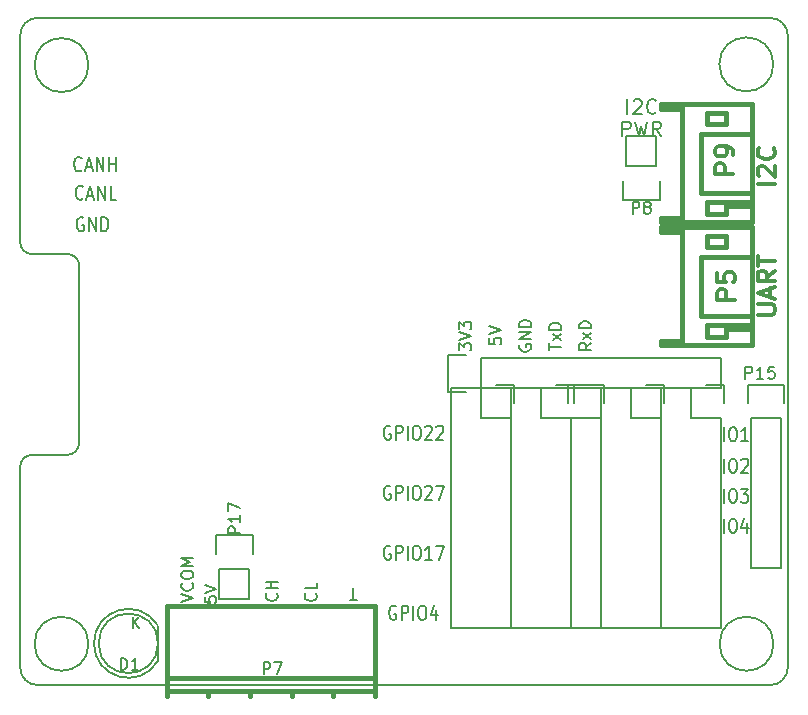
<source format=gto>
G04 #@! TF.FileFunction,Legend,Top*
%FSLAX46Y46*%
G04 Gerber Fmt 4.6, Leading zero omitted, Abs format (unit mm)*
G04 Created by KiCad (PCBNEW 4.0.2+dfsg1-stable) date Mon 26 Jun 2017 02:51:28 PM CEST*
%MOMM*%
G01*
G04 APERTURE LIST*
%ADD10C,0.100000*%
%ADD11C,0.200000*%
%ADD12C,0.300000*%
%ADD13C,0.150000*%
%ADD14C,0.381000*%
%ADD15C,0.304800*%
G04 APERTURE END LIST*
D10*
D11*
X179422571Y-79612857D02*
X179422571Y-78412857D01*
X179936857Y-78527143D02*
X179994000Y-78470000D01*
X180108286Y-78412857D01*
X180394000Y-78412857D01*
X180508286Y-78470000D01*
X180565429Y-78527143D01*
X180622572Y-78641429D01*
X180622572Y-78755714D01*
X180565429Y-78927143D01*
X179879715Y-79612857D01*
X180622572Y-79612857D01*
X181822572Y-79498571D02*
X181765429Y-79555714D01*
X181594000Y-79612857D01*
X181479714Y-79612857D01*
X181308286Y-79555714D01*
X181194000Y-79441429D01*
X181136857Y-79327143D01*
X181079714Y-79098571D01*
X181079714Y-78927143D01*
X181136857Y-78698571D01*
X181194000Y-78584286D01*
X181308286Y-78470000D01*
X181479714Y-78412857D01*
X181594000Y-78412857D01*
X181765429Y-78470000D01*
X181822572Y-78527143D01*
X178994000Y-81492857D02*
X178994000Y-80292857D01*
X179451143Y-80292857D01*
X179565429Y-80350000D01*
X179622572Y-80407143D01*
X179679715Y-80521429D01*
X179679715Y-80692857D01*
X179622572Y-80807143D01*
X179565429Y-80864286D01*
X179451143Y-80921429D01*
X178994000Y-80921429D01*
X180079715Y-80292857D02*
X180365429Y-81492857D01*
X180594000Y-80635714D01*
X180822572Y-81492857D01*
X181108286Y-80292857D01*
X182251144Y-81492857D02*
X181851144Y-80921429D01*
X181565429Y-81492857D02*
X181565429Y-80292857D01*
X182022572Y-80292857D01*
X182136858Y-80350000D01*
X182194001Y-80407143D01*
X182251144Y-80521429D01*
X182251144Y-80692857D01*
X182194001Y-80807143D01*
X182136858Y-80864286D01*
X182022572Y-80921429D01*
X181565429Y-80921429D01*
X156495714Y-120816619D02*
X155924285Y-120816619D01*
X156210000Y-119816619D02*
X156210000Y-120816619D01*
X153011143Y-120237238D02*
X153058762Y-120284857D01*
X153106381Y-120427714D01*
X153106381Y-120522952D01*
X153058762Y-120665810D01*
X152963524Y-120761048D01*
X152868286Y-120808667D01*
X152677810Y-120856286D01*
X152534952Y-120856286D01*
X152344476Y-120808667D01*
X152249238Y-120761048D01*
X152154000Y-120665810D01*
X152106381Y-120522952D01*
X152106381Y-120427714D01*
X152154000Y-120284857D01*
X152201619Y-120237238D01*
X153106381Y-119332476D02*
X153106381Y-119808667D01*
X152106381Y-119808667D01*
X149709143Y-120229285D02*
X149756762Y-120276904D01*
X149804381Y-120419761D01*
X149804381Y-120514999D01*
X149756762Y-120657857D01*
X149661524Y-120753095D01*
X149566286Y-120800714D01*
X149375810Y-120848333D01*
X149232952Y-120848333D01*
X149042476Y-120800714D01*
X148947238Y-120753095D01*
X148852000Y-120657857D01*
X148804381Y-120514999D01*
X148804381Y-120419761D01*
X148852000Y-120276904D01*
X148899619Y-120229285D01*
X149804381Y-119800714D02*
X148804381Y-119800714D01*
X149280571Y-119800714D02*
X149280571Y-119229285D01*
X149804381Y-119229285D02*
X148804381Y-119229285D01*
X143622781Y-120522976D02*
X143622781Y-120999167D01*
X144098971Y-121046786D01*
X144051352Y-120999167D01*
X144003733Y-120903929D01*
X144003733Y-120665833D01*
X144051352Y-120570595D01*
X144098971Y-120522976D01*
X144194210Y-120475357D01*
X144432305Y-120475357D01*
X144527543Y-120522976D01*
X144575162Y-120570595D01*
X144622781Y-120665833D01*
X144622781Y-120903929D01*
X144575162Y-120999167D01*
X144527543Y-121046786D01*
X143622781Y-120189643D02*
X144622781Y-119856310D01*
X143622781Y-119522976D01*
X141641581Y-120940271D02*
X142641581Y-120606938D01*
X141641581Y-120273604D01*
X142546343Y-119368842D02*
X142593962Y-119416461D01*
X142641581Y-119559318D01*
X142641581Y-119654556D01*
X142593962Y-119797414D01*
X142498724Y-119892652D01*
X142403486Y-119940271D01*
X142213010Y-119987890D01*
X142070152Y-119987890D01*
X141879676Y-119940271D01*
X141784438Y-119892652D01*
X141689200Y-119797414D01*
X141641581Y-119654556D01*
X141641581Y-119559318D01*
X141689200Y-119416461D01*
X141736819Y-119368842D01*
X141641581Y-118749795D02*
X141641581Y-118559318D01*
X141689200Y-118464080D01*
X141784438Y-118368842D01*
X141974914Y-118321223D01*
X142308248Y-118321223D01*
X142498724Y-118368842D01*
X142593962Y-118464080D01*
X142641581Y-118559318D01*
X142641581Y-118749795D01*
X142593962Y-118845033D01*
X142498724Y-118940271D01*
X142308248Y-118987890D01*
X141974914Y-118987890D01*
X141784438Y-118940271D01*
X141689200Y-118845033D01*
X141641581Y-118749795D01*
X142641581Y-117892652D02*
X141641581Y-117892652D01*
X142355867Y-117559318D01*
X141641581Y-117225985D01*
X142641581Y-117225985D01*
X133350096Y-88427000D02*
X133254858Y-88369857D01*
X133112001Y-88369857D01*
X132969143Y-88427000D01*
X132873905Y-88541286D01*
X132826286Y-88655571D01*
X132778667Y-88884143D01*
X132778667Y-89055571D01*
X132826286Y-89284143D01*
X132873905Y-89398429D01*
X132969143Y-89512714D01*
X133112001Y-89569857D01*
X133207239Y-89569857D01*
X133350096Y-89512714D01*
X133397715Y-89455571D01*
X133397715Y-89055571D01*
X133207239Y-89055571D01*
X133826286Y-89569857D02*
X133826286Y-88369857D01*
X134397715Y-89569857D01*
X134397715Y-88369857D01*
X134873905Y-89569857D02*
X134873905Y-88369857D01*
X135112000Y-88369857D01*
X135254858Y-88427000D01*
X135350096Y-88541286D01*
X135397715Y-88655571D01*
X135445334Y-88884143D01*
X135445334Y-89055571D01*
X135397715Y-89284143D01*
X135350096Y-89398429D01*
X135254858Y-89512714D01*
X135112000Y-89569857D01*
X134873905Y-89569857D01*
X133318381Y-86788571D02*
X133270762Y-86845714D01*
X133127905Y-86902857D01*
X133032667Y-86902857D01*
X132889809Y-86845714D01*
X132794571Y-86731429D01*
X132746952Y-86617143D01*
X132699333Y-86388571D01*
X132699333Y-86217143D01*
X132746952Y-85988571D01*
X132794571Y-85874286D01*
X132889809Y-85760000D01*
X133032667Y-85702857D01*
X133127905Y-85702857D01*
X133270762Y-85760000D01*
X133318381Y-85817143D01*
X133699333Y-86560000D02*
X134175524Y-86560000D01*
X133604095Y-86902857D02*
X133937428Y-85702857D01*
X134270762Y-86902857D01*
X134604095Y-86902857D02*
X134604095Y-85702857D01*
X135175524Y-86902857D01*
X135175524Y-85702857D01*
X136127905Y-86902857D02*
X135651714Y-86902857D01*
X135651714Y-85702857D01*
X133199334Y-84375571D02*
X133151715Y-84432714D01*
X133008858Y-84489857D01*
X132913620Y-84489857D01*
X132770762Y-84432714D01*
X132675524Y-84318429D01*
X132627905Y-84204143D01*
X132580286Y-83975571D01*
X132580286Y-83804143D01*
X132627905Y-83575571D01*
X132675524Y-83461286D01*
X132770762Y-83347000D01*
X132913620Y-83289857D01*
X133008858Y-83289857D01*
X133151715Y-83347000D01*
X133199334Y-83404143D01*
X133580286Y-84147000D02*
X134056477Y-84147000D01*
X133485048Y-84489857D02*
X133818381Y-83289857D01*
X134151715Y-84489857D01*
X134485048Y-84489857D02*
X134485048Y-83289857D01*
X135056477Y-84489857D01*
X135056477Y-83289857D01*
X135532667Y-84489857D02*
X135532667Y-83289857D01*
X135532667Y-83861286D02*
X136104096Y-83861286D01*
X136104096Y-84489857D02*
X136104096Y-83289857D01*
X187595000Y-107349857D02*
X187595000Y-106149857D01*
X188261666Y-106149857D02*
X188452143Y-106149857D01*
X188547381Y-106207000D01*
X188642619Y-106321286D01*
X188690238Y-106549857D01*
X188690238Y-106949857D01*
X188642619Y-107178429D01*
X188547381Y-107292714D01*
X188452143Y-107349857D01*
X188261666Y-107349857D01*
X188166428Y-107292714D01*
X188071190Y-107178429D01*
X188023571Y-106949857D01*
X188023571Y-106549857D01*
X188071190Y-106321286D01*
X188166428Y-106207000D01*
X188261666Y-106149857D01*
X189642619Y-107349857D02*
X189071190Y-107349857D01*
X189356904Y-107349857D02*
X189356904Y-106149857D01*
X189261666Y-106321286D01*
X189166428Y-106435571D01*
X189071190Y-106492714D01*
X187595000Y-110016857D02*
X187595000Y-108816857D01*
X188261666Y-108816857D02*
X188452143Y-108816857D01*
X188547381Y-108874000D01*
X188642619Y-108988286D01*
X188690238Y-109216857D01*
X188690238Y-109616857D01*
X188642619Y-109845429D01*
X188547381Y-109959714D01*
X188452143Y-110016857D01*
X188261666Y-110016857D01*
X188166428Y-109959714D01*
X188071190Y-109845429D01*
X188023571Y-109616857D01*
X188023571Y-109216857D01*
X188071190Y-108988286D01*
X188166428Y-108874000D01*
X188261666Y-108816857D01*
X189071190Y-108931143D02*
X189118809Y-108874000D01*
X189214047Y-108816857D01*
X189452143Y-108816857D01*
X189547381Y-108874000D01*
X189595000Y-108931143D01*
X189642619Y-109045429D01*
X189642619Y-109159714D01*
X189595000Y-109331143D01*
X189023571Y-110016857D01*
X189642619Y-110016857D01*
X187595000Y-112556857D02*
X187595000Y-111356857D01*
X188261666Y-111356857D02*
X188452143Y-111356857D01*
X188547381Y-111414000D01*
X188642619Y-111528286D01*
X188690238Y-111756857D01*
X188690238Y-112156857D01*
X188642619Y-112385429D01*
X188547381Y-112499714D01*
X188452143Y-112556857D01*
X188261666Y-112556857D01*
X188166428Y-112499714D01*
X188071190Y-112385429D01*
X188023571Y-112156857D01*
X188023571Y-111756857D01*
X188071190Y-111528286D01*
X188166428Y-111414000D01*
X188261666Y-111356857D01*
X189023571Y-111356857D02*
X189642619Y-111356857D01*
X189309285Y-111814000D01*
X189452143Y-111814000D01*
X189547381Y-111871143D01*
X189595000Y-111928286D01*
X189642619Y-112042571D01*
X189642619Y-112328286D01*
X189595000Y-112442571D01*
X189547381Y-112499714D01*
X189452143Y-112556857D01*
X189166428Y-112556857D01*
X189071190Y-112499714D01*
X189023571Y-112442571D01*
X187595000Y-115096857D02*
X187595000Y-113896857D01*
X188261666Y-113896857D02*
X188452143Y-113896857D01*
X188547381Y-113954000D01*
X188642619Y-114068286D01*
X188690238Y-114296857D01*
X188690238Y-114696857D01*
X188642619Y-114925429D01*
X188547381Y-115039714D01*
X188452143Y-115096857D01*
X188261666Y-115096857D01*
X188166428Y-115039714D01*
X188071190Y-114925429D01*
X188023571Y-114696857D01*
X188023571Y-114296857D01*
X188071190Y-114068286D01*
X188166428Y-113954000D01*
X188261666Y-113896857D01*
X189547381Y-114296857D02*
X189547381Y-115096857D01*
X189309285Y-113839714D02*
X189071190Y-114696857D01*
X189690238Y-114696857D01*
X176347381Y-99020238D02*
X175871190Y-99353572D01*
X176347381Y-99591667D02*
X175347381Y-99591667D01*
X175347381Y-99210714D01*
X175395000Y-99115476D01*
X175442619Y-99067857D01*
X175537857Y-99020238D01*
X175680714Y-99020238D01*
X175775952Y-99067857D01*
X175823571Y-99115476D01*
X175871190Y-99210714D01*
X175871190Y-99591667D01*
X176347381Y-98686905D02*
X175680714Y-98163095D01*
X175680714Y-98686905D02*
X176347381Y-98163095D01*
X176347381Y-97782143D02*
X175347381Y-97782143D01*
X175347381Y-97544048D01*
X175395000Y-97401190D01*
X175490238Y-97305952D01*
X175585476Y-97258333D01*
X175775952Y-97210714D01*
X175918810Y-97210714D01*
X176109286Y-97258333D01*
X176204524Y-97305952D01*
X176299762Y-97401190D01*
X176347381Y-97544048D01*
X176347381Y-97782143D01*
X172807381Y-99615476D02*
X172807381Y-99044047D01*
X173807381Y-99329762D02*
X172807381Y-99329762D01*
X173807381Y-98805952D02*
X173140714Y-98282142D01*
X173140714Y-98805952D02*
X173807381Y-98282142D01*
X173807381Y-97901190D02*
X172807381Y-97901190D01*
X172807381Y-97663095D01*
X172855000Y-97520237D01*
X172950238Y-97424999D01*
X173045476Y-97377380D01*
X173235952Y-97329761D01*
X173378810Y-97329761D01*
X173569286Y-97377380D01*
X173664524Y-97424999D01*
X173759762Y-97520237D01*
X173807381Y-97663095D01*
X173807381Y-97901190D01*
X170315000Y-99186904D02*
X170267381Y-99282142D01*
X170267381Y-99424999D01*
X170315000Y-99567857D01*
X170410238Y-99663095D01*
X170505476Y-99710714D01*
X170695952Y-99758333D01*
X170838810Y-99758333D01*
X171029286Y-99710714D01*
X171124524Y-99663095D01*
X171219762Y-99567857D01*
X171267381Y-99424999D01*
X171267381Y-99329761D01*
X171219762Y-99186904D01*
X171172143Y-99139285D01*
X170838810Y-99139285D01*
X170838810Y-99329761D01*
X171267381Y-98710714D02*
X170267381Y-98710714D01*
X171267381Y-98139285D01*
X170267381Y-98139285D01*
X171267381Y-97663095D02*
X170267381Y-97663095D01*
X170267381Y-97425000D01*
X170315000Y-97282142D01*
X170410238Y-97186904D01*
X170505476Y-97139285D01*
X170695952Y-97091666D01*
X170838810Y-97091666D01*
X171029286Y-97139285D01*
X171124524Y-97186904D01*
X171219762Y-97282142D01*
X171267381Y-97425000D01*
X171267381Y-97663095D01*
X167727381Y-98615476D02*
X167727381Y-99091667D01*
X168203571Y-99139286D01*
X168155952Y-99091667D01*
X168108333Y-98996429D01*
X168108333Y-98758333D01*
X168155952Y-98663095D01*
X168203571Y-98615476D01*
X168298810Y-98567857D01*
X168536905Y-98567857D01*
X168632143Y-98615476D01*
X168679762Y-98663095D01*
X168727381Y-98758333D01*
X168727381Y-98996429D01*
X168679762Y-99091667D01*
X168632143Y-99139286D01*
X167727381Y-98282143D02*
X168727381Y-97948810D01*
X167727381Y-97615476D01*
X165187381Y-99663095D02*
X165187381Y-99044047D01*
X165568333Y-99377381D01*
X165568333Y-99234523D01*
X165615952Y-99139285D01*
X165663571Y-99091666D01*
X165758810Y-99044047D01*
X165996905Y-99044047D01*
X166092143Y-99091666D01*
X166139762Y-99139285D01*
X166187381Y-99234523D01*
X166187381Y-99520238D01*
X166139762Y-99615476D01*
X166092143Y-99663095D01*
X165187381Y-98758333D02*
X166187381Y-98425000D01*
X165187381Y-98091666D01*
X165187381Y-97853571D02*
X165187381Y-97234523D01*
X165568333Y-97567857D01*
X165568333Y-97424999D01*
X165615952Y-97329761D01*
X165663571Y-97282142D01*
X165758810Y-97234523D01*
X165996905Y-97234523D01*
X166092143Y-97282142D01*
X166139762Y-97329761D01*
X166187381Y-97424999D01*
X166187381Y-97710714D01*
X166139762Y-97805952D01*
X166092143Y-97853571D01*
D12*
X190440571Y-96626857D02*
X191654857Y-96626857D01*
X191797714Y-96555429D01*
X191869143Y-96484000D01*
X191940571Y-96341143D01*
X191940571Y-96055429D01*
X191869143Y-95912571D01*
X191797714Y-95841143D01*
X191654857Y-95769714D01*
X190440571Y-95769714D01*
X191512000Y-95126857D02*
X191512000Y-94412571D01*
X191940571Y-95269714D02*
X190440571Y-94769714D01*
X191940571Y-94269714D01*
X191940571Y-92912571D02*
X191226286Y-93412571D01*
X191940571Y-93769714D02*
X190440571Y-93769714D01*
X190440571Y-93198286D01*
X190512000Y-93055428D01*
X190583429Y-92984000D01*
X190726286Y-92912571D01*
X190940571Y-92912571D01*
X191083429Y-92984000D01*
X191154857Y-93055428D01*
X191226286Y-93198286D01*
X191226286Y-93769714D01*
X190440571Y-92484000D02*
X190440571Y-91626857D01*
X191940571Y-92055428D02*
X190440571Y-92055428D01*
X191940571Y-85538285D02*
X190440571Y-85538285D01*
X190583429Y-84895428D02*
X190512000Y-84823999D01*
X190440571Y-84681142D01*
X190440571Y-84323999D01*
X190512000Y-84181142D01*
X190583429Y-84109713D01*
X190726286Y-84038285D01*
X190869143Y-84038285D01*
X191083429Y-84109713D01*
X191940571Y-84966856D01*
X191940571Y-84038285D01*
X191797714Y-82538285D02*
X191869143Y-82609714D01*
X191940571Y-82824000D01*
X191940571Y-82966857D01*
X191869143Y-83181142D01*
X191726286Y-83324000D01*
X191583429Y-83395428D01*
X191297714Y-83466857D01*
X191083429Y-83466857D01*
X190797714Y-83395428D01*
X190654857Y-83324000D01*
X190512000Y-83181142D01*
X190440571Y-82966857D01*
X190440571Y-82824000D01*
X190512000Y-82609714D01*
X190583429Y-82538285D01*
D11*
X159337620Y-116240000D02*
X159242382Y-116182857D01*
X159099525Y-116182857D01*
X158956667Y-116240000D01*
X158861429Y-116354286D01*
X158813810Y-116468571D01*
X158766191Y-116697143D01*
X158766191Y-116868571D01*
X158813810Y-117097143D01*
X158861429Y-117211429D01*
X158956667Y-117325714D01*
X159099525Y-117382857D01*
X159194763Y-117382857D01*
X159337620Y-117325714D01*
X159385239Y-117268571D01*
X159385239Y-116868571D01*
X159194763Y-116868571D01*
X159813810Y-117382857D02*
X159813810Y-116182857D01*
X160194763Y-116182857D01*
X160290001Y-116240000D01*
X160337620Y-116297143D01*
X160385239Y-116411429D01*
X160385239Y-116582857D01*
X160337620Y-116697143D01*
X160290001Y-116754286D01*
X160194763Y-116811429D01*
X159813810Y-116811429D01*
X160813810Y-117382857D02*
X160813810Y-116182857D01*
X161480476Y-116182857D02*
X161670953Y-116182857D01*
X161766191Y-116240000D01*
X161861429Y-116354286D01*
X161909048Y-116582857D01*
X161909048Y-116982857D01*
X161861429Y-117211429D01*
X161766191Y-117325714D01*
X161670953Y-117382857D01*
X161480476Y-117382857D01*
X161385238Y-117325714D01*
X161290000Y-117211429D01*
X161242381Y-116982857D01*
X161242381Y-116582857D01*
X161290000Y-116354286D01*
X161385238Y-116240000D01*
X161480476Y-116182857D01*
X162861429Y-117382857D02*
X162290000Y-117382857D01*
X162575714Y-117382857D02*
X162575714Y-116182857D01*
X162480476Y-116354286D01*
X162385238Y-116468571D01*
X162290000Y-116525714D01*
X163194762Y-116182857D02*
X163861429Y-116182857D01*
X163432857Y-117382857D01*
X159813810Y-121320000D02*
X159718572Y-121262857D01*
X159575715Y-121262857D01*
X159432857Y-121320000D01*
X159337619Y-121434286D01*
X159290000Y-121548571D01*
X159242381Y-121777143D01*
X159242381Y-121948571D01*
X159290000Y-122177143D01*
X159337619Y-122291429D01*
X159432857Y-122405714D01*
X159575715Y-122462857D01*
X159670953Y-122462857D01*
X159813810Y-122405714D01*
X159861429Y-122348571D01*
X159861429Y-121948571D01*
X159670953Y-121948571D01*
X160290000Y-122462857D02*
X160290000Y-121262857D01*
X160670953Y-121262857D01*
X160766191Y-121320000D01*
X160813810Y-121377143D01*
X160861429Y-121491429D01*
X160861429Y-121662857D01*
X160813810Y-121777143D01*
X160766191Y-121834286D01*
X160670953Y-121891429D01*
X160290000Y-121891429D01*
X161290000Y-122462857D02*
X161290000Y-121262857D01*
X161956666Y-121262857D02*
X162147143Y-121262857D01*
X162242381Y-121320000D01*
X162337619Y-121434286D01*
X162385238Y-121662857D01*
X162385238Y-122062857D01*
X162337619Y-122291429D01*
X162242381Y-122405714D01*
X162147143Y-122462857D01*
X161956666Y-122462857D01*
X161861428Y-122405714D01*
X161766190Y-122291429D01*
X161718571Y-122062857D01*
X161718571Y-121662857D01*
X161766190Y-121434286D01*
X161861428Y-121320000D01*
X161956666Y-121262857D01*
X163242381Y-121662857D02*
X163242381Y-122462857D01*
X163004285Y-121205714D02*
X162766190Y-122062857D01*
X163385238Y-122062857D01*
X159337620Y-111160000D02*
X159242382Y-111102857D01*
X159099525Y-111102857D01*
X158956667Y-111160000D01*
X158861429Y-111274286D01*
X158813810Y-111388571D01*
X158766191Y-111617143D01*
X158766191Y-111788571D01*
X158813810Y-112017143D01*
X158861429Y-112131429D01*
X158956667Y-112245714D01*
X159099525Y-112302857D01*
X159194763Y-112302857D01*
X159337620Y-112245714D01*
X159385239Y-112188571D01*
X159385239Y-111788571D01*
X159194763Y-111788571D01*
X159813810Y-112302857D02*
X159813810Y-111102857D01*
X160194763Y-111102857D01*
X160290001Y-111160000D01*
X160337620Y-111217143D01*
X160385239Y-111331429D01*
X160385239Y-111502857D01*
X160337620Y-111617143D01*
X160290001Y-111674286D01*
X160194763Y-111731429D01*
X159813810Y-111731429D01*
X160813810Y-112302857D02*
X160813810Y-111102857D01*
X161480476Y-111102857D02*
X161670953Y-111102857D01*
X161766191Y-111160000D01*
X161861429Y-111274286D01*
X161909048Y-111502857D01*
X161909048Y-111902857D01*
X161861429Y-112131429D01*
X161766191Y-112245714D01*
X161670953Y-112302857D01*
X161480476Y-112302857D01*
X161385238Y-112245714D01*
X161290000Y-112131429D01*
X161242381Y-111902857D01*
X161242381Y-111502857D01*
X161290000Y-111274286D01*
X161385238Y-111160000D01*
X161480476Y-111102857D01*
X162290000Y-111217143D02*
X162337619Y-111160000D01*
X162432857Y-111102857D01*
X162670953Y-111102857D01*
X162766191Y-111160000D01*
X162813810Y-111217143D01*
X162861429Y-111331429D01*
X162861429Y-111445714D01*
X162813810Y-111617143D01*
X162242381Y-112302857D01*
X162861429Y-112302857D01*
X163194762Y-111102857D02*
X163861429Y-111102857D01*
X163432857Y-112302857D01*
X159337620Y-106080000D02*
X159242382Y-106022857D01*
X159099525Y-106022857D01*
X158956667Y-106080000D01*
X158861429Y-106194286D01*
X158813810Y-106308571D01*
X158766191Y-106537143D01*
X158766191Y-106708571D01*
X158813810Y-106937143D01*
X158861429Y-107051429D01*
X158956667Y-107165714D01*
X159099525Y-107222857D01*
X159194763Y-107222857D01*
X159337620Y-107165714D01*
X159385239Y-107108571D01*
X159385239Y-106708571D01*
X159194763Y-106708571D01*
X159813810Y-107222857D02*
X159813810Y-106022857D01*
X160194763Y-106022857D01*
X160290001Y-106080000D01*
X160337620Y-106137143D01*
X160385239Y-106251429D01*
X160385239Y-106422857D01*
X160337620Y-106537143D01*
X160290001Y-106594286D01*
X160194763Y-106651429D01*
X159813810Y-106651429D01*
X160813810Y-107222857D02*
X160813810Y-106022857D01*
X161480476Y-106022857D02*
X161670953Y-106022857D01*
X161766191Y-106080000D01*
X161861429Y-106194286D01*
X161909048Y-106422857D01*
X161909048Y-106822857D01*
X161861429Y-107051429D01*
X161766191Y-107165714D01*
X161670953Y-107222857D01*
X161480476Y-107222857D01*
X161385238Y-107165714D01*
X161290000Y-107051429D01*
X161242381Y-106822857D01*
X161242381Y-106422857D01*
X161290000Y-106194286D01*
X161385238Y-106080000D01*
X161480476Y-106022857D01*
X162290000Y-106137143D02*
X162337619Y-106080000D01*
X162432857Y-106022857D01*
X162670953Y-106022857D01*
X162766191Y-106080000D01*
X162813810Y-106137143D01*
X162861429Y-106251429D01*
X162861429Y-106365714D01*
X162813810Y-106537143D01*
X162242381Y-107222857D01*
X162861429Y-107222857D01*
X163242381Y-106137143D02*
X163290000Y-106080000D01*
X163385238Y-106022857D01*
X163623334Y-106022857D01*
X163718572Y-106080000D01*
X163766191Y-106137143D01*
X163813810Y-106251429D01*
X163813810Y-106365714D01*
X163766191Y-106537143D01*
X163194762Y-107222857D01*
X163813810Y-107222857D01*
D13*
X129500000Y-71500000D02*
X191500000Y-71500000D01*
X128000000Y-90500000D02*
X128000000Y-73000000D01*
X128000000Y-90500000D02*
G75*
G03X129000000Y-91500000I1000000J0D01*
G01*
X129000000Y-91500000D02*
X132000000Y-91500000D01*
X133000000Y-92500000D02*
G75*
G03X132000000Y-91500000I-1000000J0D01*
G01*
X133000000Y-107500000D02*
X133000000Y-92500000D01*
X128000000Y-126500000D02*
X128000000Y-109500000D01*
X129000000Y-108500000D02*
X132000000Y-108500000D01*
X132000000Y-108500000D02*
G75*
G03X133000000Y-107500000I0J1000000D01*
G01*
X129000000Y-108500000D02*
G75*
G03X128000000Y-109500000I0J-1000000D01*
G01*
X191500000Y-128000000D02*
X129500000Y-128000000D01*
X193000000Y-73000000D02*
X193000000Y-126500000D01*
X129500000Y-71500000D02*
G75*
G03X128000000Y-73000000I0J-1500000D01*
G01*
X128000000Y-126500000D02*
G75*
G03X129500000Y-128000000I1500000J0D01*
G01*
X191500000Y-128000000D02*
G75*
G03X193000000Y-126500000I0J1500000D01*
G01*
X193000000Y-73000000D02*
G75*
G03X191500000Y-71500000I-1500000J0D01*
G01*
X191770000Y-75438000D02*
G75*
G03X191770000Y-75438000I-2286000J0D01*
G01*
D14*
X187741560Y-97533460D02*
X189941200Y-97533460D01*
X189941200Y-97533460D02*
X189941200Y-97833180D01*
X189941200Y-97833180D02*
X187741560Y-97833180D01*
X185640980Y-91734640D02*
X185640980Y-96733360D01*
X189941200Y-99235260D02*
X189941200Y-89232740D01*
X184040780Y-99235260D02*
X184040780Y-89232740D01*
X185640980Y-91734640D02*
X189941200Y-91734640D01*
X185640980Y-96735900D02*
X189941200Y-96735900D01*
X187741560Y-90937080D02*
X186141360Y-90937080D01*
X187741560Y-89936320D02*
X187741560Y-90937080D01*
X186141360Y-89936320D02*
X187741560Y-89936320D01*
X186141360Y-90937080D02*
X186141360Y-89936320D01*
X186141360Y-98536760D02*
X186141360Y-97536000D01*
X186141360Y-97536000D02*
X187741560Y-97536000D01*
X187741560Y-97536000D02*
X187741560Y-98536760D01*
X187741560Y-98536760D02*
X186141360Y-98536760D01*
X182242460Y-89435940D02*
X184040780Y-89435940D01*
X182242460Y-99032060D02*
X184040780Y-99032060D01*
X189941200Y-89235280D02*
X182242460Y-89235280D01*
X182242460Y-89235280D02*
X182242460Y-89634060D01*
X182242460Y-89634060D02*
X184040780Y-89634060D01*
X184040780Y-98833940D02*
X182242460Y-98833940D01*
X182242460Y-98833940D02*
X182242460Y-99232720D01*
X182242460Y-99232720D02*
X189941200Y-99232720D01*
D13*
X133786000Y-124500000D02*
G75*
G03X133786000Y-124500000I-2286000J0D01*
G01*
X133786000Y-75500000D02*
G75*
G03X133786000Y-75500000I-2286000J0D01*
G01*
X191786000Y-124500000D02*
G75*
G03X191786000Y-124500000I-2286000J0D01*
G01*
X139644888Y-122935096D02*
G75*
G03X139660000Y-125960000I-2484888J-1524904D01*
G01*
X139660000Y-122960000D02*
X139660000Y-125960000D01*
X139677936Y-124460000D02*
G75*
G03X139677936Y-124460000I-2517936J0D01*
G01*
X174625000Y-105410000D02*
X174625000Y-123190000D01*
X174625000Y-123190000D02*
X177165000Y-123190000D01*
X177165000Y-123190000D02*
X177165000Y-105410000D01*
X174345000Y-102590000D02*
X174345000Y-104140000D01*
X174625000Y-105410000D02*
X177165000Y-105410000D01*
X177445000Y-104140000D02*
X177445000Y-102590000D01*
X177445000Y-102590000D02*
X174345000Y-102590000D01*
X177165000Y-123190000D02*
X177165000Y-102870000D01*
X182245000Y-105410000D02*
X182245000Y-123190000D01*
X177165000Y-123190000D02*
X182245000Y-123190000D01*
X177165000Y-102870000D02*
X179705000Y-102870000D01*
X182525000Y-104140000D02*
X182525000Y-102590000D01*
X179705000Y-102870000D02*
X179705000Y-105410000D01*
X179705000Y-105410000D02*
X182245000Y-105410000D01*
X182525000Y-102590000D02*
X180975000Y-102590000D01*
X182245000Y-123190000D02*
X182245000Y-102870000D01*
X187325000Y-105410000D02*
X187325000Y-123190000D01*
X182245000Y-123190000D02*
X187325000Y-123190000D01*
X182245000Y-102870000D02*
X184785000Y-102870000D01*
X187605000Y-104140000D02*
X187605000Y-102590000D01*
X184785000Y-102870000D02*
X184785000Y-105410000D01*
X184785000Y-105410000D02*
X187325000Y-105410000D01*
X187605000Y-102590000D02*
X186055000Y-102590000D01*
X164465000Y-123190000D02*
X164465000Y-102870000D01*
X169545000Y-105410000D02*
X169545000Y-123190000D01*
X164465000Y-123190000D02*
X169545000Y-123190000D01*
X164465000Y-102870000D02*
X167005000Y-102870000D01*
X169825000Y-104140000D02*
X169825000Y-102590000D01*
X167005000Y-102870000D02*
X167005000Y-105410000D01*
X167005000Y-105410000D02*
X169545000Y-105410000D01*
X169825000Y-102590000D02*
X168275000Y-102590000D01*
X169545000Y-123190000D02*
X169545000Y-102870000D01*
X174625000Y-105410000D02*
X174625000Y-123190000D01*
X169545000Y-123190000D02*
X174625000Y-123190000D01*
X169545000Y-102870000D02*
X172085000Y-102870000D01*
X174905000Y-104140000D02*
X174905000Y-102590000D01*
X172085000Y-102870000D02*
X172085000Y-105410000D01*
X172085000Y-105410000D02*
X174625000Y-105410000D01*
X174905000Y-102590000D02*
X173355000Y-102590000D01*
D14*
X187741560Y-87119460D02*
X189941200Y-87119460D01*
X189941200Y-87119460D02*
X189941200Y-87419180D01*
X189941200Y-87419180D02*
X187741560Y-87419180D01*
X185640980Y-81320640D02*
X185640980Y-86319360D01*
X189941200Y-88821260D02*
X189941200Y-78818740D01*
X184040780Y-88821260D02*
X184040780Y-78818740D01*
X185640980Y-81320640D02*
X189941200Y-81320640D01*
X185640980Y-86321900D02*
X189941200Y-86321900D01*
X187741560Y-80523080D02*
X186141360Y-80523080D01*
X187741560Y-79522320D02*
X187741560Y-80523080D01*
X186141360Y-79522320D02*
X187741560Y-79522320D01*
X186141360Y-80523080D02*
X186141360Y-79522320D01*
X186141360Y-88122760D02*
X186141360Y-87122000D01*
X186141360Y-87122000D02*
X187741560Y-87122000D01*
X187741560Y-87122000D02*
X187741560Y-88122760D01*
X187741560Y-88122760D02*
X186141360Y-88122760D01*
X182242460Y-79021940D02*
X184040780Y-79021940D01*
X182242460Y-88618060D02*
X184040780Y-88618060D01*
X189941200Y-78821280D02*
X182242460Y-78821280D01*
X182242460Y-78821280D02*
X182242460Y-79220060D01*
X182242460Y-79220060D02*
X184040780Y-79220060D01*
X184040780Y-88419940D02*
X182242460Y-88419940D01*
X182242460Y-88419940D02*
X182242460Y-88818720D01*
X182242460Y-88818720D02*
X189941200Y-88818720D01*
D13*
X167005000Y-100330000D02*
X187325000Y-100330000D01*
X187325000Y-100330000D02*
X187325000Y-102870000D01*
X187325000Y-102870000D02*
X167005000Y-102870000D01*
X164185000Y-100050000D02*
X165735000Y-100050000D01*
X167005000Y-100330000D02*
X167005000Y-102870000D01*
X165735000Y-103150000D02*
X164185000Y-103150000D01*
X164185000Y-103150000D02*
X164185000Y-100050000D01*
X179324000Y-84074000D02*
X179324000Y-81534000D01*
X179044000Y-86894000D02*
X179044000Y-85344000D01*
X179324000Y-84074000D02*
X181864000Y-84074000D01*
X182144000Y-85344000D02*
X182144000Y-86894000D01*
X182144000Y-86894000D02*
X179044000Y-86894000D01*
X181864000Y-84074000D02*
X181864000Y-81534000D01*
X181864000Y-81534000D02*
X179324000Y-81534000D01*
D14*
X154525000Y-128495000D02*
X154525000Y-128895000D01*
X151025000Y-128495000D02*
X151025000Y-128895000D01*
X143925000Y-128495000D02*
X143925000Y-128895000D01*
X147425000Y-128495000D02*
X147425000Y-128895000D01*
X140425000Y-127395000D02*
X158025000Y-127395000D01*
X140425000Y-128495000D02*
X158025000Y-128495000D01*
X140425000Y-121295000D02*
X140425000Y-128895000D01*
X158025000Y-128895000D02*
X158025000Y-121295000D01*
X158025000Y-121295000D02*
X140425000Y-121295000D01*
D13*
X147396200Y-118135400D02*
X147396200Y-120675400D01*
X147676200Y-115315400D02*
X147676200Y-116865400D01*
X147396200Y-118135400D02*
X144856200Y-118135400D01*
X144576200Y-116865400D02*
X144576200Y-115315400D01*
X144576200Y-115315400D02*
X147676200Y-115315400D01*
X144856200Y-118135400D02*
X144856200Y-120675400D01*
X144856200Y-120675400D02*
X147396200Y-120675400D01*
X189865000Y-105410000D02*
X189865000Y-118110000D01*
X189865000Y-118110000D02*
X192405000Y-118110000D01*
X192405000Y-118110000D02*
X192405000Y-105410000D01*
X189585000Y-102590000D02*
X189585000Y-104140000D01*
X189865000Y-105410000D02*
X192405000Y-105410000D01*
X192685000Y-104140000D02*
X192685000Y-102590000D01*
X192685000Y-102590000D02*
X189585000Y-102590000D01*
D15*
X188522429Y-95358857D02*
X186998429Y-95358857D01*
X186998429Y-94778285D01*
X187071000Y-94633143D01*
X187143571Y-94560571D01*
X187288714Y-94488000D01*
X187506429Y-94488000D01*
X187651571Y-94560571D01*
X187724143Y-94633143D01*
X187796714Y-94778285D01*
X187796714Y-95358857D01*
X186998429Y-93109143D02*
X186998429Y-93834857D01*
X187724143Y-93907428D01*
X187651571Y-93834857D01*
X187579000Y-93689714D01*
X187579000Y-93326857D01*
X187651571Y-93181714D01*
X187724143Y-93109143D01*
X187869286Y-93036571D01*
X188232143Y-93036571D01*
X188377286Y-93109143D01*
X188449857Y-93181714D01*
X188522429Y-93326857D01*
X188522429Y-93689714D01*
X188449857Y-93834857D01*
X188377286Y-93907428D01*
D13*
X136498105Y-126703081D02*
X136498105Y-125703081D01*
X136736200Y-125703081D01*
X136879058Y-125750700D01*
X136974296Y-125845938D01*
X137021915Y-125941176D01*
X137069534Y-126131652D01*
X137069534Y-126274510D01*
X137021915Y-126464986D01*
X136974296Y-126560224D01*
X136879058Y-126655462D01*
X136736200Y-126703081D01*
X136498105Y-126703081D01*
X138021915Y-126703081D02*
X137450486Y-126703081D01*
X137736200Y-126703081D02*
X137736200Y-125703081D01*
X137640962Y-125845938D01*
X137545724Y-125941176D01*
X137450486Y-125988795D01*
X137533095Y-123197881D02*
X137533095Y-122197881D01*
X138104524Y-123197881D02*
X137675952Y-122626452D01*
X138104524Y-122197881D02*
X137533095Y-122769310D01*
D15*
X188395429Y-84690857D02*
X186871429Y-84690857D01*
X186871429Y-84110285D01*
X186944000Y-83965143D01*
X187016571Y-83892571D01*
X187161714Y-83820000D01*
X187379429Y-83820000D01*
X187524571Y-83892571D01*
X187597143Y-83965143D01*
X187669714Y-84110285D01*
X187669714Y-84690857D01*
X188395429Y-83094285D02*
X188395429Y-82804000D01*
X188322857Y-82658857D01*
X188250286Y-82586285D01*
X188032571Y-82441143D01*
X187742286Y-82368571D01*
X187161714Y-82368571D01*
X187016571Y-82441143D01*
X186944000Y-82513714D01*
X186871429Y-82658857D01*
X186871429Y-82949143D01*
X186944000Y-83094285D01*
X187016571Y-83166857D01*
X187161714Y-83239428D01*
X187524571Y-83239428D01*
X187669714Y-83166857D01*
X187742286Y-83094285D01*
X187814857Y-82949143D01*
X187814857Y-82658857D01*
X187742286Y-82513714D01*
X187669714Y-82441143D01*
X187524571Y-82368571D01*
D13*
X179855905Y-88082381D02*
X179855905Y-87082381D01*
X180236858Y-87082381D01*
X180332096Y-87130000D01*
X180379715Y-87177619D01*
X180427334Y-87272857D01*
X180427334Y-87415714D01*
X180379715Y-87510952D01*
X180332096Y-87558571D01*
X180236858Y-87606190D01*
X179855905Y-87606190D01*
X180998762Y-87510952D02*
X180903524Y-87463333D01*
X180855905Y-87415714D01*
X180808286Y-87320476D01*
X180808286Y-87272857D01*
X180855905Y-87177619D01*
X180903524Y-87130000D01*
X180998762Y-87082381D01*
X181189239Y-87082381D01*
X181284477Y-87130000D01*
X181332096Y-87177619D01*
X181379715Y-87272857D01*
X181379715Y-87320476D01*
X181332096Y-87415714D01*
X181284477Y-87463333D01*
X181189239Y-87510952D01*
X180998762Y-87510952D01*
X180903524Y-87558571D01*
X180855905Y-87606190D01*
X180808286Y-87701429D01*
X180808286Y-87891905D01*
X180855905Y-87987143D01*
X180903524Y-88034762D01*
X180998762Y-88082381D01*
X181189239Y-88082381D01*
X181284477Y-88034762D01*
X181332096Y-87987143D01*
X181379715Y-87891905D01*
X181379715Y-87701429D01*
X181332096Y-87606190D01*
X181284477Y-87558571D01*
X181189239Y-87510952D01*
D11*
X148613905Y-127071381D02*
X148613905Y-126071381D01*
X148994858Y-126071381D01*
X149090096Y-126119000D01*
X149137715Y-126166619D01*
X149185334Y-126261857D01*
X149185334Y-126404714D01*
X149137715Y-126499952D01*
X149090096Y-126547571D01*
X148994858Y-126595190D01*
X148613905Y-126595190D01*
X149518667Y-126071381D02*
X150185334Y-126071381D01*
X149756762Y-127071381D01*
D13*
X146629381Y-115133286D02*
X145629381Y-115133286D01*
X145629381Y-114752333D01*
X145677000Y-114657095D01*
X145724619Y-114609476D01*
X145819857Y-114561857D01*
X145962714Y-114561857D01*
X146057952Y-114609476D01*
X146105571Y-114657095D01*
X146153190Y-114752333D01*
X146153190Y-115133286D01*
X146629381Y-113609476D02*
X146629381Y-114180905D01*
X146629381Y-113895191D02*
X145629381Y-113895191D01*
X145772238Y-113990429D01*
X145867476Y-114085667D01*
X145915095Y-114180905D01*
X145629381Y-113276143D02*
X145629381Y-112609476D01*
X146629381Y-113038048D01*
X189412714Y-102052381D02*
X189412714Y-101052381D01*
X189793667Y-101052381D01*
X189888905Y-101100000D01*
X189936524Y-101147619D01*
X189984143Y-101242857D01*
X189984143Y-101385714D01*
X189936524Y-101480952D01*
X189888905Y-101528571D01*
X189793667Y-101576190D01*
X189412714Y-101576190D01*
X190936524Y-102052381D02*
X190365095Y-102052381D01*
X190650809Y-102052381D02*
X190650809Y-101052381D01*
X190555571Y-101195238D01*
X190460333Y-101290476D01*
X190365095Y-101338095D01*
X191841286Y-101052381D02*
X191365095Y-101052381D01*
X191317476Y-101528571D01*
X191365095Y-101480952D01*
X191460333Y-101433333D01*
X191698429Y-101433333D01*
X191793667Y-101480952D01*
X191841286Y-101528571D01*
X191888905Y-101623810D01*
X191888905Y-101861905D01*
X191841286Y-101957143D01*
X191793667Y-102004762D01*
X191698429Y-102052381D01*
X191460333Y-102052381D01*
X191365095Y-102004762D01*
X191317476Y-101957143D01*
M02*

</source>
